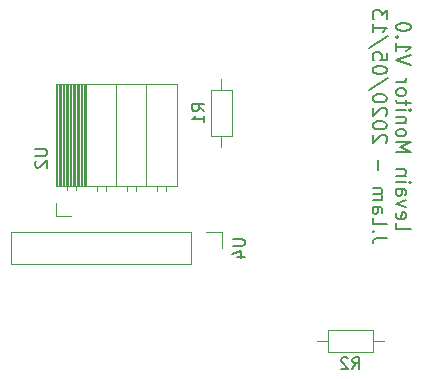
<source format=gbr>
G04 #@! TF.GenerationSoftware,KiCad,Pcbnew,5.0.2-bee76a0~70~ubuntu18.04.1*
G04 #@! TF.CreationDate,2020-05-14T00:48:02-07:00*
G04 #@! TF.ProjectId,pcb,7063622e-6b69-4636-9164-5f7063625858,rev?*
G04 #@! TF.SameCoordinates,Original*
G04 #@! TF.FileFunction,Legend,Bot*
G04 #@! TF.FilePolarity,Positive*
%FSLAX46Y46*%
G04 Gerber Fmt 4.6, Leading zero omitted, Abs format (unit mm)*
G04 Created by KiCad (PCBNEW 5.0.2-bee76a0~70~ubuntu18.04.1) date Thu 14 May 2020 12:48:02 AM PDT*
%MOMM*%
%LPD*%
G01*
G04 APERTURE LIST*
%ADD10C,0.200000*%
%ADD11C,0.120000*%
%ADD12C,0.150000*%
G04 APERTURE END LIST*
D10*
X174828142Y-105805857D02*
X174828142Y-106377285D01*
X176028142Y-106377285D01*
X174885285Y-104948714D02*
X174828142Y-105063000D01*
X174828142Y-105291571D01*
X174885285Y-105405857D01*
X174999571Y-105463000D01*
X175456714Y-105463000D01*
X175571000Y-105405857D01*
X175628142Y-105291571D01*
X175628142Y-105063000D01*
X175571000Y-104948714D01*
X175456714Y-104891571D01*
X175342428Y-104891571D01*
X175228142Y-105463000D01*
X175628142Y-104491571D02*
X174828142Y-104205857D01*
X175628142Y-103920142D01*
X174828142Y-102948714D02*
X175456714Y-102948714D01*
X175571000Y-103005857D01*
X175628142Y-103120142D01*
X175628142Y-103348714D01*
X175571000Y-103463000D01*
X174885285Y-102948714D02*
X174828142Y-103063000D01*
X174828142Y-103348714D01*
X174885285Y-103463000D01*
X174999571Y-103520142D01*
X175113857Y-103520142D01*
X175228142Y-103463000D01*
X175285285Y-103348714D01*
X175285285Y-103063000D01*
X175342428Y-102948714D01*
X174828142Y-102377285D02*
X175628142Y-102377285D01*
X176028142Y-102377285D02*
X175971000Y-102434428D01*
X175913857Y-102377285D01*
X175971000Y-102320142D01*
X176028142Y-102377285D01*
X175913857Y-102377285D01*
X175628142Y-101805857D02*
X174828142Y-101805857D01*
X175513857Y-101805857D02*
X175571000Y-101748714D01*
X175628142Y-101634428D01*
X175628142Y-101463000D01*
X175571000Y-101348714D01*
X175456714Y-101291571D01*
X174828142Y-101291571D01*
X174828142Y-99805857D02*
X176028142Y-99805857D01*
X175171000Y-99405857D01*
X176028142Y-99005857D01*
X174828142Y-99005857D01*
X174828142Y-98263000D02*
X174885285Y-98377285D01*
X174942428Y-98434428D01*
X175056714Y-98491571D01*
X175399571Y-98491571D01*
X175513857Y-98434428D01*
X175571000Y-98377285D01*
X175628142Y-98263000D01*
X175628142Y-98091571D01*
X175571000Y-97977285D01*
X175513857Y-97920142D01*
X175399571Y-97863000D01*
X175056714Y-97863000D01*
X174942428Y-97920142D01*
X174885285Y-97977285D01*
X174828142Y-98091571D01*
X174828142Y-98263000D01*
X175628142Y-97348714D02*
X174828142Y-97348714D01*
X175513857Y-97348714D02*
X175571000Y-97291571D01*
X175628142Y-97177285D01*
X175628142Y-97005857D01*
X175571000Y-96891571D01*
X175456714Y-96834428D01*
X174828142Y-96834428D01*
X174828142Y-96263000D02*
X175628142Y-96263000D01*
X176028142Y-96263000D02*
X175971000Y-96320142D01*
X175913857Y-96263000D01*
X175971000Y-96205857D01*
X176028142Y-96263000D01*
X175913857Y-96263000D01*
X175628142Y-95863000D02*
X175628142Y-95405857D01*
X176028142Y-95691571D02*
X174999571Y-95691571D01*
X174885285Y-95634428D01*
X174828142Y-95520142D01*
X174828142Y-95405857D01*
X174828142Y-94834428D02*
X174885285Y-94948714D01*
X174942428Y-95005857D01*
X175056714Y-95063000D01*
X175399571Y-95063000D01*
X175513857Y-95005857D01*
X175571000Y-94948714D01*
X175628142Y-94834428D01*
X175628142Y-94663000D01*
X175571000Y-94548714D01*
X175513857Y-94491571D01*
X175399571Y-94434428D01*
X175056714Y-94434428D01*
X174942428Y-94491571D01*
X174885285Y-94548714D01*
X174828142Y-94663000D01*
X174828142Y-94834428D01*
X174828142Y-93920142D02*
X175628142Y-93920142D01*
X175399571Y-93920142D02*
X175513857Y-93863000D01*
X175571000Y-93805857D01*
X175628142Y-93691571D01*
X175628142Y-93577285D01*
X176028142Y-92434428D02*
X174828142Y-92034428D01*
X176028142Y-91634428D01*
X174828142Y-90605857D02*
X174828142Y-91291571D01*
X174828142Y-90948714D02*
X176028142Y-90948714D01*
X175856714Y-91063000D01*
X175742428Y-91177285D01*
X175685285Y-91291571D01*
X174942428Y-90091571D02*
X174885285Y-90034428D01*
X174828142Y-90091571D01*
X174885285Y-90148714D01*
X174942428Y-90091571D01*
X174828142Y-90091571D01*
X176028142Y-89291571D02*
X176028142Y-89177285D01*
X175971000Y-89063000D01*
X175913857Y-89005857D01*
X175799571Y-88948714D01*
X175571000Y-88891571D01*
X175285285Y-88891571D01*
X175056714Y-88948714D01*
X174942428Y-89005857D01*
X174885285Y-89063000D01*
X174828142Y-89177285D01*
X174828142Y-89291571D01*
X174885285Y-89405857D01*
X174942428Y-89463000D01*
X175056714Y-89520142D01*
X175285285Y-89577285D01*
X175571000Y-89577285D01*
X175799571Y-89520142D01*
X175913857Y-89463000D01*
X175971000Y-89405857D01*
X176028142Y-89291571D01*
X174028142Y-107091571D02*
X173171000Y-107091571D01*
X172999571Y-107148714D01*
X172885285Y-107263000D01*
X172828142Y-107434428D01*
X172828142Y-107548714D01*
X172942428Y-106520142D02*
X172885285Y-106463000D01*
X172828142Y-106520142D01*
X172885285Y-106577285D01*
X172942428Y-106520142D01*
X172828142Y-106520142D01*
X172828142Y-105377285D02*
X172828142Y-105948714D01*
X174028142Y-105948714D01*
X172828142Y-104463000D02*
X173456714Y-104463000D01*
X173571000Y-104520142D01*
X173628142Y-104634428D01*
X173628142Y-104863000D01*
X173571000Y-104977285D01*
X172885285Y-104463000D02*
X172828142Y-104577285D01*
X172828142Y-104863000D01*
X172885285Y-104977285D01*
X172999571Y-105034428D01*
X173113857Y-105034428D01*
X173228142Y-104977285D01*
X173285285Y-104863000D01*
X173285285Y-104577285D01*
X173342428Y-104463000D01*
X172828142Y-103891571D02*
X173628142Y-103891571D01*
X173513857Y-103891571D02*
X173571000Y-103834428D01*
X173628142Y-103720142D01*
X173628142Y-103548714D01*
X173571000Y-103434428D01*
X173456714Y-103377285D01*
X172828142Y-103377285D01*
X173456714Y-103377285D02*
X173571000Y-103320142D01*
X173628142Y-103205857D01*
X173628142Y-103034428D01*
X173571000Y-102920142D01*
X173456714Y-102863000D01*
X172828142Y-102863000D01*
X173285285Y-101377285D02*
X173285285Y-100463000D01*
X173913857Y-99034428D02*
X173971000Y-98977285D01*
X174028142Y-98863000D01*
X174028142Y-98577285D01*
X173971000Y-98463000D01*
X173913857Y-98405857D01*
X173799571Y-98348714D01*
X173685285Y-98348714D01*
X173513857Y-98405857D01*
X172828142Y-99091571D01*
X172828142Y-98348714D01*
X174028142Y-97605857D02*
X174028142Y-97491571D01*
X173971000Y-97377285D01*
X173913857Y-97320142D01*
X173799571Y-97263000D01*
X173571000Y-97205857D01*
X173285285Y-97205857D01*
X173056714Y-97263000D01*
X172942428Y-97320142D01*
X172885285Y-97377285D01*
X172828142Y-97491571D01*
X172828142Y-97605857D01*
X172885285Y-97720142D01*
X172942428Y-97777285D01*
X173056714Y-97834428D01*
X173285285Y-97891571D01*
X173571000Y-97891571D01*
X173799571Y-97834428D01*
X173913857Y-97777285D01*
X173971000Y-97720142D01*
X174028142Y-97605857D01*
X173913857Y-96748714D02*
X173971000Y-96691571D01*
X174028142Y-96577285D01*
X174028142Y-96291571D01*
X173971000Y-96177285D01*
X173913857Y-96120142D01*
X173799571Y-96063000D01*
X173685285Y-96063000D01*
X173513857Y-96120142D01*
X172828142Y-96805857D01*
X172828142Y-96063000D01*
X174028142Y-95320142D02*
X174028142Y-95205857D01*
X173971000Y-95091571D01*
X173913857Y-95034428D01*
X173799571Y-94977285D01*
X173571000Y-94920142D01*
X173285285Y-94920142D01*
X173056714Y-94977285D01*
X172942428Y-95034428D01*
X172885285Y-95091571D01*
X172828142Y-95205857D01*
X172828142Y-95320142D01*
X172885285Y-95434428D01*
X172942428Y-95491571D01*
X173056714Y-95548714D01*
X173285285Y-95605857D01*
X173571000Y-95605857D01*
X173799571Y-95548714D01*
X173913857Y-95491571D01*
X173971000Y-95434428D01*
X174028142Y-95320142D01*
X174085285Y-93548714D02*
X172542428Y-94577285D01*
X174028142Y-92920142D02*
X174028142Y-92805857D01*
X173971000Y-92691571D01*
X173913857Y-92634428D01*
X173799571Y-92577285D01*
X173571000Y-92520142D01*
X173285285Y-92520142D01*
X173056714Y-92577285D01*
X172942428Y-92634428D01*
X172885285Y-92691571D01*
X172828142Y-92805857D01*
X172828142Y-92920142D01*
X172885285Y-93034428D01*
X172942428Y-93091571D01*
X173056714Y-93148714D01*
X173285285Y-93205857D01*
X173571000Y-93205857D01*
X173799571Y-93148714D01*
X173913857Y-93091571D01*
X173971000Y-93034428D01*
X174028142Y-92920142D01*
X174028142Y-91434428D02*
X174028142Y-92005857D01*
X173456714Y-92063000D01*
X173513857Y-92005857D01*
X173571000Y-91891571D01*
X173571000Y-91605857D01*
X173513857Y-91491571D01*
X173456714Y-91434428D01*
X173342428Y-91377285D01*
X173056714Y-91377285D01*
X172942428Y-91434428D01*
X172885285Y-91491571D01*
X172828142Y-91605857D01*
X172828142Y-91891571D01*
X172885285Y-92005857D01*
X172942428Y-92063000D01*
X174085285Y-90005857D02*
X172542428Y-91034428D01*
X172828142Y-88977285D02*
X172828142Y-89663000D01*
X172828142Y-89320142D02*
X174028142Y-89320142D01*
X173856714Y-89434428D01*
X173742428Y-89548714D01*
X173685285Y-89663000D01*
X174028142Y-88577285D02*
X174028142Y-87834428D01*
X173571000Y-88234428D01*
X173571000Y-88063000D01*
X173513857Y-87948714D01*
X173456714Y-87891571D01*
X173342428Y-87834428D01*
X173056714Y-87834428D01*
X172942428Y-87891571D01*
X172885285Y-87948714D01*
X172828142Y-88063000D01*
X172828142Y-88405857D01*
X172885285Y-88520142D01*
X172942428Y-88577285D01*
D11*
G04 #@! TO.C,R2*
X173812000Y-115824000D02*
X172862000Y-115824000D01*
X168072000Y-115824000D02*
X169022000Y-115824000D01*
X172862000Y-116744000D02*
X169022000Y-116744000D01*
X172862000Y-114904000D02*
X172862000Y-116744000D01*
X169022000Y-114904000D02*
X172862000Y-114904000D01*
X169022000Y-116744000D02*
X169022000Y-114904000D01*
G04 #@! TO.C,U4*
X160080000Y-107950000D02*
X160080000Y-106620000D01*
X160080000Y-106620000D02*
X158750000Y-106620000D01*
X157480000Y-106620000D02*
X142180000Y-106620000D01*
X142180000Y-109280000D02*
X142180000Y-106620000D01*
X157480000Y-109280000D02*
X142180000Y-109280000D01*
X157480000Y-109280000D02*
X157480000Y-106620000D01*
G04 #@! TO.C,R1*
X160020000Y-99390000D02*
X160020000Y-98440000D01*
X160020000Y-93650000D02*
X160020000Y-94600000D01*
X159100000Y-98440000D02*
X159100000Y-94600000D01*
X160940000Y-98440000D02*
X159100000Y-98440000D01*
X160940000Y-94600000D02*
X160940000Y-98440000D01*
X159100000Y-94600000D02*
X160940000Y-94600000D01*
G04 #@! TO.C,U2*
X145990000Y-104140000D02*
X145990000Y-105250000D01*
X145990000Y-105250000D02*
X147320000Y-105250000D01*
X145990000Y-94050000D02*
X156270000Y-94050000D01*
X156270000Y-94050000D02*
X156270000Y-102680000D01*
X145990000Y-102680000D02*
X156270000Y-102680000D01*
X145990000Y-94050000D02*
X145990000Y-102680000D01*
X153670000Y-94050000D02*
X153670000Y-102680000D01*
X151130000Y-94050000D02*
X151130000Y-102680000D01*
X148590000Y-94050000D02*
X148590000Y-102680000D01*
X155300000Y-102680000D02*
X155300000Y-103090000D01*
X154580000Y-102680000D02*
X154580000Y-103090000D01*
X152760000Y-102680000D02*
X152760000Y-103090000D01*
X152040000Y-102680000D02*
X152040000Y-103090000D01*
X150220000Y-102680000D02*
X150220000Y-103090000D01*
X149500000Y-102680000D02*
X149500000Y-103090000D01*
X147680000Y-102680000D02*
X147680000Y-103030000D01*
X146960000Y-102680000D02*
X146960000Y-103030000D01*
X148471900Y-94050000D02*
X148471900Y-102680000D01*
X148353805Y-94050000D02*
X148353805Y-102680000D01*
X148235710Y-94050000D02*
X148235710Y-102680000D01*
X148117615Y-94050000D02*
X148117615Y-102680000D01*
X147999520Y-94050000D02*
X147999520Y-102680000D01*
X147881425Y-94050000D02*
X147881425Y-102680000D01*
X147763330Y-94050000D02*
X147763330Y-102680000D01*
X147645235Y-94050000D02*
X147645235Y-102680000D01*
X147527140Y-94050000D02*
X147527140Y-102680000D01*
X147409045Y-94050000D02*
X147409045Y-102680000D01*
X147290950Y-94050000D02*
X147290950Y-102680000D01*
X147172855Y-94050000D02*
X147172855Y-102680000D01*
X147054760Y-94050000D02*
X147054760Y-102680000D01*
X146936665Y-94050000D02*
X146936665Y-102680000D01*
X146818570Y-94050000D02*
X146818570Y-102680000D01*
X146700475Y-94050000D02*
X146700475Y-102680000D01*
X146582380Y-94050000D02*
X146582380Y-102680000D01*
X146464285Y-94050000D02*
X146464285Y-102680000D01*
X146346190Y-94050000D02*
X146346190Y-102680000D01*
X146228095Y-94050000D02*
X146228095Y-102680000D01*
X146110000Y-94050000D02*
X146110000Y-102680000D01*
G04 #@! TO.C,R2*
D12*
X171108666Y-118196380D02*
X171442000Y-117720190D01*
X171680095Y-118196380D02*
X171680095Y-117196380D01*
X171299142Y-117196380D01*
X171203904Y-117244000D01*
X171156285Y-117291619D01*
X171108666Y-117386857D01*
X171108666Y-117529714D01*
X171156285Y-117624952D01*
X171203904Y-117672571D01*
X171299142Y-117720190D01*
X171680095Y-117720190D01*
X170727714Y-117291619D02*
X170680095Y-117244000D01*
X170584857Y-117196380D01*
X170346761Y-117196380D01*
X170251523Y-117244000D01*
X170203904Y-117291619D01*
X170156285Y-117386857D01*
X170156285Y-117482095D01*
X170203904Y-117624952D01*
X170775333Y-118196380D01*
X170156285Y-118196380D01*
G04 #@! TO.C,U4*
X160972380Y-107188095D02*
X161781904Y-107188095D01*
X161877142Y-107235714D01*
X161924761Y-107283333D01*
X161972380Y-107378571D01*
X161972380Y-107569047D01*
X161924761Y-107664285D01*
X161877142Y-107711904D01*
X161781904Y-107759523D01*
X160972380Y-107759523D01*
X161305714Y-108664285D02*
X161972380Y-108664285D01*
X160924761Y-108426190D02*
X161639047Y-108188095D01*
X161639047Y-108807142D01*
G04 #@! TO.C,R1*
X158552380Y-96353333D02*
X158076190Y-96020000D01*
X158552380Y-95781904D02*
X157552380Y-95781904D01*
X157552380Y-96162857D01*
X157600000Y-96258095D01*
X157647619Y-96305714D01*
X157742857Y-96353333D01*
X157885714Y-96353333D01*
X157980952Y-96305714D01*
X158028571Y-96258095D01*
X158076190Y-96162857D01*
X158076190Y-95781904D01*
X158552380Y-97305714D02*
X158552380Y-96734285D01*
X158552380Y-97020000D02*
X157552380Y-97020000D01*
X157695238Y-96924761D01*
X157790476Y-96829523D01*
X157838095Y-96734285D01*
G04 #@! TO.C,U2*
X144232380Y-99568095D02*
X145041904Y-99568095D01*
X145137142Y-99615714D01*
X145184761Y-99663333D01*
X145232380Y-99758571D01*
X145232380Y-99949047D01*
X145184761Y-100044285D01*
X145137142Y-100091904D01*
X145041904Y-100139523D01*
X144232380Y-100139523D01*
X144327619Y-100568095D02*
X144280000Y-100615714D01*
X144232380Y-100710952D01*
X144232380Y-100949047D01*
X144280000Y-101044285D01*
X144327619Y-101091904D01*
X144422857Y-101139523D01*
X144518095Y-101139523D01*
X144660952Y-101091904D01*
X145232380Y-100520476D01*
X145232380Y-101139523D01*
G04 #@! TD*
M02*

</source>
